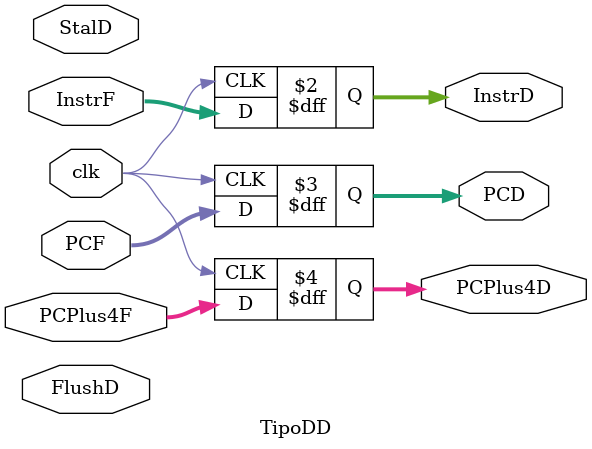
<source format=v>
`timescale 1ns / 1ps
module TipoDD(
 input  [31:0]InstrF,
 input  clk,
 input [4:0]PCF,
 input [4:0]PCPlus4F,
 input StalD,
 input FlushD,
 output reg [31:0]InstrD,
 output reg [4:0]PCD,
 output reg [4:0]PCPlus4D);


//Falta la lógica de StalD y FlushD

always@(posedge clk)         
begin
    InstrD <= InstrF;
    PCD <= PCF;
    PCPlus4D <= PCPlus4F;
end



endmodule
</source>
